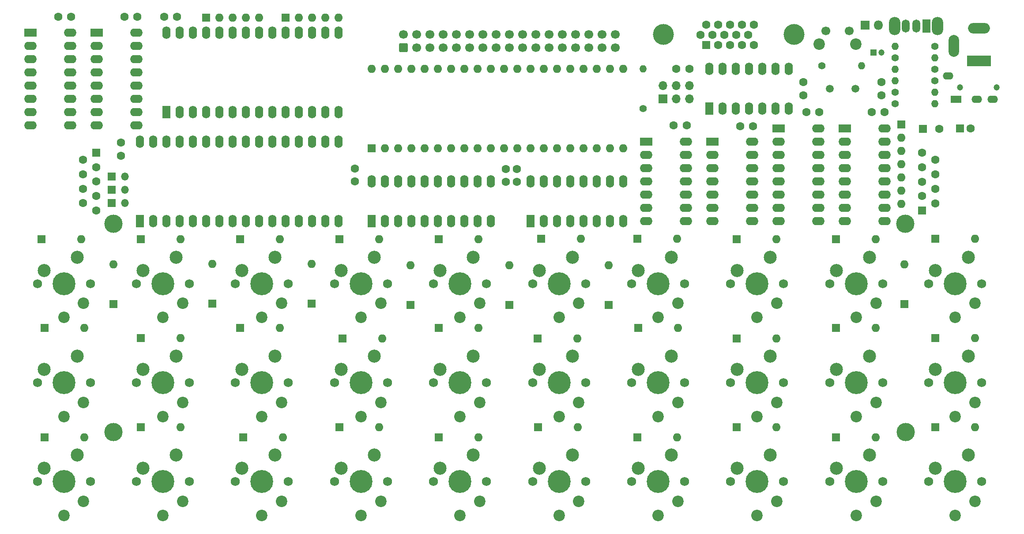
<source format=gbr>
%TF.GenerationSoftware,KiCad,Pcbnew,8.0.6*%
%TF.CreationDate,2025-01-18T12:54:08+00:00*%
%TF.ProjectId,a1,61312e6b-6963-4616-945f-706362585858,rev?*%
%TF.SameCoordinates,Original*%
%TF.FileFunction,Soldermask,Bot*%
%TF.FilePolarity,Negative*%
%FSLAX46Y46*%
G04 Gerber Fmt 4.6, Leading zero omitted, Abs format (unit mm)*
G04 Created by KiCad (PCBNEW 8.0.6) date 2025-01-18 12:54:08*
%MOMM*%
%LPD*%
G01*
G04 APERTURE LIST*
G04 Aperture macros list*
%AMRoundRect*
0 Rectangle with rounded corners*
0 $1 Rounding radius*
0 $2 $3 $4 $5 $6 $7 $8 $9 X,Y pos of 4 corners*
0 Add a 4 corners polygon primitive as box body*
4,1,4,$2,$3,$4,$5,$6,$7,$8,$9,$2,$3,0*
0 Add four circle primitives for the rounded corners*
1,1,$1+$1,$2,$3*
1,1,$1+$1,$4,$5*
1,1,$1+$1,$6,$7*
1,1,$1+$1,$8,$9*
0 Add four rect primitives between the rounded corners*
20,1,$1+$1,$2,$3,$4,$5,0*
20,1,$1+$1,$4,$5,$6,$7,0*
20,1,$1+$1,$6,$7,$8,$9,0*
20,1,$1+$1,$8,$9,$2,$3,0*%
G04 Aperture macros list end*
%ADD10C,1.750000*%
%ADD11C,4.400000*%
%ADD12C,2.500000*%
%ADD13C,2.200000*%
%ADD14C,1.600000*%
%ADD15R,2.400000X1.600000*%
%ADD16O,2.400000X1.600000*%
%ADD17R,1.600000X1.600000*%
%ADD18O,1.600000X1.600000*%
%ADD19R,1.700000X1.700000*%
%ADD20O,1.700000X1.700000*%
%ADD21R,1.600000X2.400000*%
%ADD22O,1.600000X2.400000*%
%ADD23C,3.500000*%
%ADD24R,4.600000X2.000000*%
%ADD25O,4.200000X2.000000*%
%ADD26O,2.000000X4.200000*%
%ADD27C,1.200000*%
%ADD28O,2.000000X1.400000*%
%ADD29R,2.000000X1.400000*%
%ADD30C,1.400000*%
%ADD31O,1.400000X1.400000*%
%ADD32C,1.700000*%
%ADD33C,4.000000*%
%ADD34RoundRect,0.250000X0.600000X-0.600000X0.600000X0.600000X-0.600000X0.600000X-0.600000X-0.600000X0*%
%ADD35C,1.500000*%
%ADD36R,1.200000X1.200000*%
%ADD37R,1.500000X1.500000*%
%ADD38O,1.500000X1.500000*%
%ADD39R,1.800000X1.800000*%
%ADD40O,1.800000X1.800000*%
%ADD41O,2.200000X3.500000*%
%ADD42R,1.500000X2.500000*%
%ADD43O,1.500000X2.500000*%
G04 APERTURE END LIST*
D10*
%TO.C,SW24*%
X116420000Y-130500000D03*
D11*
X121500000Y-130500000D03*
D10*
X126580000Y-130500000D03*
D12*
X124040000Y-125420000D03*
D13*
X125300000Y-134300000D03*
D12*
X117690000Y-127960000D03*
D13*
X121500000Y-137000000D03*
%TD*%
D10*
%TO.C,SW12*%
X78420000Y-111500000D03*
D11*
X83500000Y-111500000D03*
D10*
X88580000Y-111500000D03*
D12*
X86040000Y-106420000D03*
D13*
X87300000Y-115300000D03*
D12*
X79690000Y-108960000D03*
D13*
X83500000Y-118000000D03*
%TD*%
D14*
%TO.C,C7*%
X75445000Y-67965000D03*
X75445000Y-65465000D03*
%TD*%
D15*
%TO.C,U10*%
X188950000Y-65280000D03*
D16*
X188950000Y-67820000D03*
X188950000Y-70360000D03*
X188950000Y-72900000D03*
X188950000Y-75440000D03*
X188950000Y-77980000D03*
X188950000Y-80520000D03*
X196570000Y-80520000D03*
X196570000Y-77980000D03*
X196570000Y-75440000D03*
X196570000Y-72900000D03*
X196570000Y-70360000D03*
X196570000Y-67820000D03*
X196570000Y-65280000D03*
%TD*%
D10*
%TO.C,SW10*%
X230420000Y-92500000D03*
D11*
X235500000Y-92500000D03*
D10*
X240580000Y-92500000D03*
D12*
X238040000Y-87420000D03*
D13*
X239300000Y-96300000D03*
D12*
X231690000Y-89960000D03*
D13*
X235500000Y-99000000D03*
%TD*%
D14*
%TO.C,C2*%
X221335000Y-53870000D03*
X221335000Y-56370000D03*
%TD*%
D17*
%TO.C,D38*%
X112000000Y-96310000D03*
D18*
X112000000Y-88690000D03*
%TD*%
D10*
%TO.C,SW8*%
X192420000Y-92500000D03*
D11*
X197500000Y-92500000D03*
D10*
X202580000Y-92500000D03*
D12*
X200040000Y-87420000D03*
D13*
X201300000Y-96300000D03*
D12*
X193690000Y-89960000D03*
D13*
X197500000Y-99000000D03*
%TD*%
D15*
%TO.C,U12*%
X214350000Y-62740000D03*
D16*
X214350000Y-65280000D03*
X214350000Y-67820000D03*
X214350000Y-70360000D03*
X214350000Y-72900000D03*
X214350000Y-75440000D03*
X214350000Y-77980000D03*
X214350000Y-80520000D03*
X221970000Y-80520000D03*
X221970000Y-77980000D03*
X221970000Y-75440000D03*
X221970000Y-72900000D03*
X221970000Y-70360000D03*
X221970000Y-67820000D03*
X221970000Y-65280000D03*
X221970000Y-62740000D03*
%TD*%
D17*
%TO.C,D7*%
X60205000Y-84000000D03*
D18*
X67825000Y-84000000D03*
%TD*%
D10*
%TO.C,SW11*%
X59420000Y-111500000D03*
D11*
X64500000Y-111500000D03*
D10*
X69580000Y-111500000D03*
D12*
X67040000Y-106420000D03*
D13*
X68300000Y-115300000D03*
D12*
X60690000Y-108960000D03*
D13*
X64500000Y-118000000D03*
%TD*%
D17*
%TO.C,D12*%
X231655000Y-83860000D03*
D18*
X239275000Y-83860000D03*
%TD*%
D17*
%TO.C,J7*%
X70760000Y-67375000D03*
D14*
X70760000Y-70145000D03*
X70760000Y-72915000D03*
X70760000Y-75685000D03*
X70760000Y-78455000D03*
X68220000Y-68760000D03*
X68220000Y-71530000D03*
X68220000Y-74300000D03*
X68220000Y-77070000D03*
%TD*%
D19*
%TO.C,J1*%
X179425000Y-57025000D03*
D20*
X179425000Y-54485000D03*
X181965000Y-57025000D03*
X181965000Y-54485000D03*
X184505000Y-57025000D03*
X184505000Y-54485000D03*
%TD*%
D21*
%TO.C,U3*%
X84175000Y-59565000D03*
D22*
X86715000Y-59565000D03*
X89255000Y-59565000D03*
X91795000Y-59565000D03*
X94335000Y-59565000D03*
X96875000Y-59565000D03*
X99415000Y-59565000D03*
X101955000Y-59565000D03*
X104495000Y-59565000D03*
X107035000Y-59565000D03*
X109575000Y-59565000D03*
X112115000Y-59565000D03*
X114655000Y-59565000D03*
X117195000Y-59565000D03*
X117195000Y-44325000D03*
X114655000Y-44325000D03*
X112115000Y-44325000D03*
X109575000Y-44325000D03*
X107035000Y-44325000D03*
X104495000Y-44325000D03*
X101955000Y-44325000D03*
X99415000Y-44325000D03*
X96875000Y-44325000D03*
X94335000Y-44325000D03*
X91795000Y-44325000D03*
X89255000Y-44325000D03*
X86715000Y-44325000D03*
X84175000Y-44325000D03*
%TD*%
D21*
%TO.C,U8*%
X188315000Y-58930000D03*
D22*
X190855000Y-58930000D03*
X193395000Y-58930000D03*
X195935000Y-58930000D03*
X198475000Y-58930000D03*
X201015000Y-58930000D03*
X203555000Y-58930000D03*
X203555000Y-51310000D03*
X201015000Y-51310000D03*
X198475000Y-51310000D03*
X195935000Y-51310000D03*
X193395000Y-51310000D03*
X190855000Y-51310000D03*
X188315000Y-51310000D03*
%TD*%
D14*
%TO.C,C5*%
X76120000Y-41315000D03*
X78620000Y-41315000D03*
%TD*%
%TO.C,C11*%
X181985000Y-51310000D03*
X184485000Y-51310000D03*
%TD*%
D10*
%TO.C,SW14*%
X116420000Y-111500000D03*
D11*
X121500000Y-111500000D03*
D10*
X126580000Y-111500000D03*
D12*
X124040000Y-106420000D03*
D13*
X125300000Y-115300000D03*
D12*
X117690000Y-108960000D03*
D13*
X121500000Y-118000000D03*
%TD*%
D23*
%TO.C,H4*%
X226000000Y-121000000D03*
%TD*%
D17*
%TO.C,RN1*%
X225145000Y-62000000D03*
D18*
X225145000Y-64540000D03*
X225145000Y-67080000D03*
X225145000Y-69620000D03*
X225145000Y-72160000D03*
X225145000Y-74700000D03*
X225145000Y-77240000D03*
%TD*%
D10*
%TO.C,SW17*%
X173420000Y-111500000D03*
D11*
X178500000Y-111500000D03*
D10*
X183580000Y-111500000D03*
D12*
X181040000Y-106420000D03*
D13*
X182300000Y-115300000D03*
D12*
X174690000Y-108960000D03*
D13*
X178500000Y-118000000D03*
%TD*%
D14*
%TO.C,C15*%
X219450000Y-59565000D03*
X221950000Y-59565000D03*
%TD*%
D17*
%TO.C,D28*%
X98940000Y-121960000D03*
D18*
X106560000Y-121960000D03*
%TD*%
D10*
%TO.C,SW7*%
X173420000Y-92500000D03*
D11*
X178500000Y-92500000D03*
D10*
X183580000Y-92500000D03*
D12*
X181040000Y-87420000D03*
D13*
X182300000Y-96300000D03*
D12*
X174690000Y-89960000D03*
D13*
X178500000Y-99000000D03*
%TD*%
D10*
%TO.C,SW3*%
X97420000Y-92500000D03*
D11*
X102500000Y-92500000D03*
D10*
X107580000Y-92500000D03*
D12*
X105040000Y-87420000D03*
D13*
X106300000Y-96300000D03*
D12*
X98690000Y-89960000D03*
D13*
X102500000Y-99000000D03*
%TD*%
D24*
%TO.C,J6*%
X240019000Y-49786000D03*
D25*
X240019000Y-43486000D03*
D26*
X235219000Y-46886000D03*
%TD*%
D17*
%TO.C,U5*%
X123545000Y-66550000D03*
D18*
X126085000Y-66550000D03*
X128625000Y-66550000D03*
X131165000Y-66550000D03*
X133705000Y-66550000D03*
X136245000Y-66550000D03*
X138785000Y-66550000D03*
X141325000Y-66550000D03*
X143865000Y-66550000D03*
X146405000Y-66550000D03*
X148945000Y-66550000D03*
X151485000Y-66550000D03*
X154025000Y-66550000D03*
X156565000Y-66550000D03*
X159105000Y-66550000D03*
X161645000Y-66550000D03*
X164185000Y-66550000D03*
X166725000Y-66550000D03*
X169265000Y-66550000D03*
X171805000Y-66550000D03*
X171805000Y-51310000D03*
X169265000Y-51310000D03*
X166725000Y-51310000D03*
X164185000Y-51310000D03*
X161645000Y-51310000D03*
X159105000Y-51310000D03*
X156565000Y-51310000D03*
X154025000Y-51310000D03*
X151485000Y-51310000D03*
X148945000Y-51310000D03*
X146405000Y-51310000D03*
X143865000Y-51310000D03*
X141325000Y-51310000D03*
X138785000Y-51310000D03*
X136245000Y-51310000D03*
X133705000Y-51310000D03*
X131165000Y-51310000D03*
X128625000Y-51310000D03*
X126085000Y-51310000D03*
X123545000Y-51310000D03*
%TD*%
D17*
%TO.C,D8*%
X98305000Y-84000000D03*
D18*
X105925000Y-84000000D03*
%TD*%
D27*
%TO.C,J3*%
X243411000Y-54864000D03*
X236411000Y-54864000D03*
D28*
X239661000Y-57114000D03*
X242661000Y-57114000D03*
X234161000Y-52614000D03*
D29*
X235661000Y-57114000D03*
%TD*%
D17*
%TO.C,D10*%
X174505000Y-83860000D03*
D18*
X182125000Y-83860000D03*
%TD*%
D10*
%TO.C,SW4*%
X116420000Y-92500000D03*
D11*
X121500000Y-92500000D03*
D10*
X126580000Y-92500000D03*
D12*
X124040000Y-87420000D03*
D13*
X125300000Y-96300000D03*
D12*
X117690000Y-89960000D03*
D13*
X121500000Y-99000000D03*
%TD*%
D17*
%TO.C,D41*%
X169000000Y-96560000D03*
D18*
X169000000Y-88940000D03*
%TD*%
D30*
%TO.C,R8*%
X223990000Y-58000000D03*
D31*
X231610000Y-58000000D03*
%TD*%
D14*
%TO.C,C6*%
X86240000Y-41315000D03*
X83740000Y-41315000D03*
%TD*%
D17*
%TO.C,RN3*%
X91795000Y-41500000D03*
D18*
X94335000Y-41500000D03*
X96875000Y-41500000D03*
X99415000Y-41500000D03*
X101955000Y-41500000D03*
%TD*%
D30*
%TO.C,R5*%
X231610000Y-51400000D03*
D31*
X223990000Y-51400000D03*
%TD*%
D23*
%TO.C,H3*%
X74000000Y-121000000D03*
%TD*%
D21*
%TO.C,U6*%
X123545000Y-80520000D03*
D22*
X126085000Y-80520000D03*
X128625000Y-80520000D03*
X131165000Y-80520000D03*
X133705000Y-80520000D03*
X136245000Y-80520000D03*
X138785000Y-80520000D03*
X141325000Y-80520000D03*
X143865000Y-80520000D03*
X146405000Y-80520000D03*
X146405000Y-72900000D03*
X143865000Y-72900000D03*
X141325000Y-72900000D03*
X138785000Y-72900000D03*
X136245000Y-72900000D03*
X133705000Y-72900000D03*
X131165000Y-72900000D03*
X128625000Y-72900000D03*
X126085000Y-72900000D03*
X123545000Y-72900000D03*
%TD*%
D17*
%TO.C,D18*%
X98305000Y-101005000D03*
D18*
X105925000Y-101005000D03*
%TD*%
D13*
%TO.C,SW31*%
X209400000Y-46525000D03*
X216400000Y-46525000D03*
D32*
X210650000Y-44025000D03*
X215150000Y-44025000D03*
%TD*%
D10*
%TO.C,SW28*%
X192420000Y-130500000D03*
D11*
X197500000Y-130500000D03*
D10*
X202580000Y-130500000D03*
D12*
X200040000Y-125420000D03*
D13*
X201300000Y-134300000D03*
D12*
X193690000Y-127960000D03*
D13*
X197500000Y-137000000D03*
%TD*%
D17*
%TO.C,D26*%
X231655000Y-102910000D03*
D18*
X239275000Y-102910000D03*
%TD*%
D10*
%TO.C,SW13*%
X97420000Y-111500000D03*
D11*
X102500000Y-111500000D03*
D10*
X107580000Y-111500000D03*
D12*
X105040000Y-106420000D03*
D13*
X106300000Y-115300000D03*
D12*
X98690000Y-108960000D03*
D13*
X102500000Y-118000000D03*
%TD*%
D17*
%TO.C,D39*%
X131000000Y-96560000D03*
D18*
X131000000Y-88940000D03*
%TD*%
D33*
%TO.C,J2*%
X204552000Y-44706000D03*
X179552000Y-44706000D03*
D17*
X187737000Y-46756000D03*
D14*
X190027000Y-46756000D03*
X192317000Y-46756000D03*
X194607000Y-46756000D03*
X196897000Y-46756000D03*
X186592000Y-44776000D03*
X188882000Y-44776000D03*
X191172000Y-44776000D03*
X193462000Y-44776000D03*
X195752000Y-44776000D03*
X187737000Y-42796000D03*
X190027000Y-42796000D03*
X192317000Y-42796000D03*
X194607000Y-42796000D03*
X196897000Y-42796000D03*
%TD*%
D34*
%TO.C,J4*%
X129680000Y-47246000D03*
D32*
X129680000Y-44706000D03*
X132220000Y-47246000D03*
X132220000Y-44706000D03*
X134760000Y-47246000D03*
X134760000Y-44706000D03*
X137300000Y-47246000D03*
X137300000Y-44706000D03*
X139840000Y-47246000D03*
X139840000Y-44706000D03*
X142380000Y-47246000D03*
X142380000Y-44706000D03*
X144920000Y-47246000D03*
X144920000Y-44706000D03*
X147460000Y-47246000D03*
X147460000Y-44706000D03*
X150000000Y-47246000D03*
X150000000Y-44706000D03*
X152540000Y-47246000D03*
X152540000Y-44706000D03*
X155080000Y-47246000D03*
X155080000Y-44706000D03*
X157620000Y-47246000D03*
X157620000Y-44706000D03*
X160160000Y-47246000D03*
X160160000Y-44706000D03*
X162700000Y-47246000D03*
X162700000Y-44706000D03*
X165240000Y-47246000D03*
X165240000Y-44706000D03*
X167780000Y-47246000D03*
X167780000Y-44706000D03*
X170320000Y-47246000D03*
X170320000Y-44706000D03*
%TD*%
D23*
%TO.C,H1*%
X225940000Y-81000000D03*
%TD*%
D30*
%TO.C,R3*%
X231610000Y-53600000D03*
D31*
X223990000Y-53600000D03*
%TD*%
D15*
%TO.C,U11*%
X201650000Y-62740000D03*
D16*
X201650000Y-65280000D03*
X201650000Y-67820000D03*
X201650000Y-70360000D03*
X201650000Y-72900000D03*
X201650000Y-75440000D03*
X201650000Y-77980000D03*
X201650000Y-80520000D03*
X209270000Y-80520000D03*
X209270000Y-77980000D03*
X209270000Y-75440000D03*
X209270000Y-72900000D03*
X209270000Y-70360000D03*
X209270000Y-67820000D03*
X209270000Y-65280000D03*
X209270000Y-62740000D03*
%TD*%
D17*
%TO.C,D34*%
X155455000Y-120055000D03*
D18*
X163075000Y-120055000D03*
%TD*%
D35*
%TO.C,Y1*%
X211425000Y-55120000D03*
X216305000Y-55120000D03*
%TD*%
D17*
%TO.C,D22*%
X79255000Y-102910000D03*
D18*
X86875000Y-102910000D03*
%TD*%
D10*
%TO.C,SW2*%
X78420000Y-92500000D03*
D11*
X83500000Y-92500000D03*
D10*
X88580000Y-92500000D03*
D12*
X86040000Y-87420000D03*
D13*
X87300000Y-96300000D03*
D12*
X79690000Y-89960000D03*
D13*
X83500000Y-99000000D03*
%TD*%
D21*
%TO.C,U4*%
X79095000Y-80520000D03*
D22*
X81635000Y-80520000D03*
X84175000Y-80520000D03*
X86715000Y-80520000D03*
X89255000Y-80520000D03*
X91795000Y-80520000D03*
X94335000Y-80520000D03*
X96875000Y-80520000D03*
X99415000Y-80520000D03*
X101955000Y-80520000D03*
X104495000Y-80520000D03*
X107035000Y-80520000D03*
X109575000Y-80520000D03*
X112115000Y-80520000D03*
X114655000Y-80520000D03*
X117195000Y-80520000D03*
X117195000Y-65280000D03*
X114655000Y-65280000D03*
X112115000Y-65280000D03*
X109575000Y-65280000D03*
X107035000Y-65280000D03*
X104495000Y-65280000D03*
X101955000Y-65280000D03*
X99415000Y-65280000D03*
X96875000Y-65280000D03*
X94335000Y-65280000D03*
X91795000Y-65280000D03*
X89255000Y-65280000D03*
X86715000Y-65280000D03*
X84175000Y-65280000D03*
X81635000Y-65280000D03*
X79095000Y-65280000D03*
%TD*%
D17*
%TO.C,D13*%
X193555000Y-84000000D03*
D18*
X201175000Y-84000000D03*
%TD*%
D36*
%TO.C,C3*%
X219835000Y-48135000D03*
D27*
X221335000Y-48135000D03*
%TD*%
D37*
%TO.C,D3*%
X73660000Y-74540000D03*
D38*
X76200000Y-74540000D03*
%TD*%
D30*
%TO.C,R7*%
X175615000Y-58930000D03*
D31*
X175615000Y-51310000D03*
%TD*%
D17*
%TO.C,D31*%
X212605000Y-122000000D03*
D18*
X220225000Y-122000000D03*
%TD*%
D14*
%TO.C,C8*%
X120370000Y-70400000D03*
X120370000Y-72900000D03*
%TD*%
D10*
%TO.C,SW23*%
X97420000Y-130500000D03*
D11*
X102500000Y-130500000D03*
D10*
X107580000Y-130500000D03*
D12*
X105040000Y-125420000D03*
D13*
X106300000Y-134300000D03*
D12*
X98690000Y-127960000D03*
D13*
X102500000Y-137000000D03*
%TD*%
D14*
%TO.C,C10*%
X149271351Y-70502173D03*
X149271351Y-73002173D03*
%TD*%
D17*
%TO.C,D11*%
X212605000Y-84000000D03*
D18*
X220225000Y-84000000D03*
%TD*%
D10*
%TO.C,SW9*%
X211420000Y-92500000D03*
D11*
X216500000Y-92500000D03*
D10*
X221580000Y-92500000D03*
D12*
X219040000Y-87420000D03*
D13*
X220300000Y-96300000D03*
D12*
X212690000Y-89960000D03*
D13*
X216500000Y-99000000D03*
%TD*%
D10*
%TO.C,SW19*%
X211420000Y-111500000D03*
D11*
X216500000Y-111500000D03*
D10*
X221580000Y-111500000D03*
D12*
X219040000Y-106420000D03*
D13*
X220300000Y-115300000D03*
D12*
X212690000Y-108960000D03*
D13*
X216500000Y-118000000D03*
%TD*%
D17*
%TO.C,D24*%
X155410000Y-103000000D03*
D18*
X163030000Y-103000000D03*
%TD*%
D10*
%TO.C,SW1*%
X59420000Y-92500000D03*
D11*
X64500000Y-92500000D03*
D10*
X69580000Y-92500000D03*
D12*
X67040000Y-87420000D03*
D13*
X68300000Y-96300000D03*
D12*
X60690000Y-89960000D03*
D13*
X64500000Y-99000000D03*
%TD*%
D17*
%TO.C,D6*%
X74015000Y-96395000D03*
D18*
X74015000Y-88775000D03*
%TD*%
D17*
%TO.C,BZ1*%
X229260000Y-62800000D03*
D14*
X232460000Y-62800000D03*
%TD*%
D17*
%TO.C,RN2*%
X107035000Y-41500000D03*
D18*
X109575000Y-41500000D03*
X112115000Y-41500000D03*
X114655000Y-41500000D03*
X117195000Y-41500000D03*
%TD*%
D17*
%TO.C,D33*%
X117355000Y-120055000D03*
D18*
X124975000Y-120055000D03*
%TD*%
D17*
%TO.C,D36*%
X231655000Y-120055000D03*
D18*
X239275000Y-120055000D03*
%TD*%
D14*
%TO.C,C12*%
X181490000Y-62143000D03*
X183990000Y-62143000D03*
%TD*%
%TO.C,C14*%
X206930000Y-59565000D03*
X209430000Y-59565000D03*
%TD*%
D17*
%TO.C,D5*%
X225780000Y-96395000D03*
D18*
X225780000Y-88775000D03*
%TD*%
D37*
%TO.C,D2*%
X73660000Y-77080000D03*
D38*
X76200000Y-77080000D03*
%TD*%
D17*
%TO.C,D1*%
X93000000Y-96310000D03*
D18*
X93000000Y-88690000D03*
%TD*%
D17*
%TO.C,D17*%
X60840000Y-101005000D03*
D18*
X68460000Y-101005000D03*
%TD*%
D17*
%TO.C,D32*%
X79255000Y-120055000D03*
D18*
X86875000Y-120055000D03*
%TD*%
D17*
%TO.C,D23*%
X117990000Y-103000000D03*
D18*
X125610000Y-103000000D03*
%TD*%
D23*
%TO.C,H2*%
X74000000Y-81000000D03*
%TD*%
D10*
%TO.C,SW18*%
X192420000Y-111500000D03*
D11*
X197500000Y-111500000D03*
D10*
X202580000Y-111500000D03*
D12*
X200040000Y-106420000D03*
D13*
X201300000Y-115300000D03*
D12*
X193690000Y-108960000D03*
D13*
X197500000Y-118000000D03*
%TD*%
D10*
%TO.C,SW22*%
X78420000Y-130500000D03*
D11*
X83500000Y-130500000D03*
D10*
X88580000Y-130500000D03*
D12*
X86040000Y-125420000D03*
D13*
X87300000Y-134300000D03*
D12*
X79690000Y-127960000D03*
D13*
X83500000Y-137000000D03*
%TD*%
D10*
%TO.C,SW21*%
X59420000Y-130500000D03*
D11*
X64500000Y-130500000D03*
D10*
X69580000Y-130500000D03*
D12*
X67040000Y-125420000D03*
D13*
X68300000Y-134300000D03*
D12*
X60690000Y-127960000D03*
D13*
X64500000Y-137000000D03*
%TD*%
D39*
%TO.C,D37*%
X218230000Y-42960000D03*
D40*
X220770000Y-42960000D03*
%TD*%
D10*
%TO.C,SW16*%
X154420000Y-111500000D03*
D11*
X159500000Y-111500000D03*
D10*
X164580000Y-111500000D03*
D12*
X162040000Y-106420000D03*
D13*
X163300000Y-115300000D03*
D12*
X155690000Y-108960000D03*
D13*
X159500000Y-118000000D03*
%TD*%
D21*
%TO.C,U7*%
X154025000Y-80520000D03*
D22*
X156565000Y-80520000D03*
X159105000Y-80520000D03*
X161645000Y-80520000D03*
X164185000Y-80520000D03*
X166725000Y-80520000D03*
X169265000Y-80520000D03*
X171805000Y-80520000D03*
X171805000Y-72900000D03*
X169265000Y-72900000D03*
X166725000Y-72900000D03*
X164185000Y-72900000D03*
X161645000Y-72900000D03*
X159105000Y-72900000D03*
X156565000Y-72900000D03*
X154025000Y-72900000D03*
%TD*%
D14*
%TO.C,C1*%
X206345000Y-53850000D03*
X206345000Y-56350000D03*
%TD*%
D41*
%TO.C,SW32*%
X232101000Y-43053000D03*
X223901000Y-43053000D03*
D42*
X230001000Y-43053000D03*
D43*
X228001000Y-43053000D03*
X226001000Y-43053000D03*
%TD*%
D17*
%TO.C,D15*%
X117355000Y-84000000D03*
D18*
X124975000Y-84000000D03*
%TD*%
D17*
%TO.C,D29*%
X136405000Y-122000000D03*
D18*
X144025000Y-122000000D03*
%TD*%
D30*
%TO.C,R2*%
X209905000Y-50675000D03*
D31*
X217525000Y-50675000D03*
%TD*%
D10*
%TO.C,SW30*%
X230420000Y-130500000D03*
D11*
X235500000Y-130500000D03*
D10*
X240580000Y-130500000D03*
D12*
X238040000Y-125420000D03*
D13*
X239300000Y-134300000D03*
D12*
X231690000Y-127960000D03*
D13*
X235500000Y-137000000D03*
%TD*%
D17*
%TO.C,D30*%
X174505000Y-122000000D03*
D18*
X182125000Y-122000000D03*
%TD*%
D17*
%TO.C,D20*%
X174660000Y-101005000D03*
D18*
X182280000Y-101005000D03*
%TD*%
D10*
%TO.C,SW6*%
X154420000Y-92500000D03*
D11*
X159500000Y-92500000D03*
D10*
X164580000Y-92500000D03*
D12*
X162040000Y-87420000D03*
D13*
X163300000Y-96300000D03*
D12*
X155690000Y-89960000D03*
D13*
X159500000Y-99000000D03*
%TD*%
D17*
%TO.C,D27*%
X60840000Y-121960000D03*
D18*
X68460000Y-121960000D03*
%TD*%
D10*
%TO.C,SW26*%
X154420000Y-130500000D03*
D11*
X159500000Y-130500000D03*
D10*
X164580000Y-130500000D03*
D12*
X162040000Y-125420000D03*
D13*
X163300000Y-134300000D03*
D12*
X155690000Y-127960000D03*
D13*
X159500000Y-137000000D03*
%TD*%
D17*
%TO.C,D14*%
X156090000Y-83860000D03*
D18*
X163710000Y-83860000D03*
%TD*%
D17*
%TO.C,D16*%
X79255000Y-84000000D03*
D18*
X86875000Y-84000000D03*
%TD*%
D17*
%TO.C,C16*%
X236448000Y-62740000D03*
D14*
X238448000Y-62740000D03*
%TD*%
D30*
%TO.C,R1*%
X231610000Y-47000000D03*
D31*
X223990000Y-47000000D03*
%TD*%
D17*
%TO.C,D25*%
X193555000Y-103000000D03*
D18*
X201175000Y-103000000D03*
%TD*%
D15*
%TO.C,U2*%
X70840000Y-44325000D03*
D16*
X70840000Y-46865000D03*
X70840000Y-49405000D03*
X70840000Y-51945000D03*
X70840000Y-54485000D03*
X70840000Y-57025000D03*
X70840000Y-59565000D03*
X70840000Y-62105000D03*
X78460000Y-62105000D03*
X78460000Y-59565000D03*
X78460000Y-57025000D03*
X78460000Y-54485000D03*
X78460000Y-51945000D03*
X78460000Y-49405000D03*
X78460000Y-46865000D03*
X78460000Y-44325000D03*
%TD*%
D10*
%TO.C,SW25*%
X135420000Y-130500000D03*
D11*
X140500000Y-130500000D03*
D10*
X145580000Y-130500000D03*
D12*
X143040000Y-125420000D03*
D13*
X144300000Y-134300000D03*
D12*
X136690000Y-127960000D03*
D13*
X140500000Y-137000000D03*
%TD*%
D37*
%TO.C,D4*%
X73660000Y-72000000D03*
D38*
X76200000Y-72000000D03*
%TD*%
D10*
%TO.C,SW15*%
X135420000Y-111500000D03*
D11*
X140500000Y-111500000D03*
D10*
X145580000Y-111500000D03*
D12*
X143040000Y-106420000D03*
D13*
X144300000Y-115300000D03*
D12*
X136690000Y-108960000D03*
D13*
X140500000Y-118000000D03*
%TD*%
D17*
%TO.C,D35*%
X193555000Y-120055000D03*
D18*
X201175000Y-120055000D03*
%TD*%
D17*
%TO.C,D19*%
X136410000Y-101005000D03*
D18*
X144030000Y-101005000D03*
%TD*%
D17*
%TO.C,D9*%
X136405000Y-84000000D03*
D18*
X144025000Y-84000000D03*
%TD*%
D17*
%TO.C,D21*%
X212605000Y-101005000D03*
D18*
X220225000Y-101005000D03*
%TD*%
D17*
%TO.C,D40*%
X150000000Y-96560000D03*
D18*
X150000000Y-88940000D03*
%TD*%
D15*
%TO.C,U1*%
X58140000Y-44325000D03*
D16*
X58140000Y-46865000D03*
X58140000Y-49405000D03*
X58140000Y-51945000D03*
X58140000Y-54485000D03*
X58140000Y-57025000D03*
X58140000Y-59565000D03*
X58140000Y-62105000D03*
X65760000Y-62105000D03*
X65760000Y-59565000D03*
X65760000Y-57025000D03*
X65760000Y-54485000D03*
X65760000Y-51945000D03*
X65760000Y-49405000D03*
X65760000Y-46865000D03*
X65760000Y-44325000D03*
%TD*%
D14*
%TO.C,C9*%
X151380450Y-72989313D03*
X151380450Y-70489313D03*
%TD*%
D17*
%TO.C,J8*%
X229120000Y-78480000D03*
D14*
X229120000Y-75710000D03*
X229120000Y-72940000D03*
X229120000Y-70170000D03*
X229120000Y-67400000D03*
X231660000Y-77095000D03*
X231660000Y-74325000D03*
X231660000Y-71555000D03*
X231660000Y-68785000D03*
%TD*%
D15*
%TO.C,U9*%
X176250000Y-65280000D03*
D16*
X176250000Y-67820000D03*
X176250000Y-70360000D03*
X176250000Y-72900000D03*
X176250000Y-75440000D03*
X176250000Y-77980000D03*
X176250000Y-80520000D03*
X183870000Y-80520000D03*
X183870000Y-77980000D03*
X183870000Y-75440000D03*
X183870000Y-72900000D03*
X183870000Y-70360000D03*
X183870000Y-67820000D03*
X183870000Y-65280000D03*
%TD*%
D30*
%TO.C,R6*%
X223990000Y-55800000D03*
D31*
X231610000Y-55800000D03*
%TD*%
D10*
%TO.C,SW27*%
X173420000Y-130500000D03*
D11*
X178500000Y-130500000D03*
D10*
X183580000Y-130500000D03*
D12*
X181040000Y-125420000D03*
D13*
X182300000Y-134300000D03*
D12*
X174690000Y-127960000D03*
D13*
X178500000Y-137000000D03*
%TD*%
D14*
%TO.C,C13*%
X194230000Y-62270000D03*
X196730000Y-62270000D03*
%TD*%
D10*
%TO.C,SW29*%
X211420000Y-130500000D03*
D11*
X216500000Y-130500000D03*
D10*
X221580000Y-130500000D03*
D12*
X219040000Y-125420000D03*
D13*
X220300000Y-134300000D03*
D12*
X212690000Y-127960000D03*
D13*
X216500000Y-137000000D03*
%TD*%
D10*
%TO.C,SW5*%
X135420000Y-92500000D03*
D11*
X140500000Y-92500000D03*
D10*
X145580000Y-92500000D03*
D12*
X143040000Y-87420000D03*
D13*
X144300000Y-96300000D03*
D12*
X136690000Y-89960000D03*
D13*
X140500000Y-99000000D03*
%TD*%
D14*
%TO.C,C4*%
X63420000Y-41315000D03*
X65920000Y-41315000D03*
%TD*%
D10*
%TO.C,SW20*%
X230420000Y-111500000D03*
D11*
X235500000Y-111500000D03*
D10*
X240580000Y-111500000D03*
D12*
X238040000Y-106420000D03*
D13*
X239300000Y-115300000D03*
D12*
X231690000Y-108960000D03*
D13*
X235500000Y-118000000D03*
%TD*%
D30*
%TO.C,R4*%
X223990000Y-49200000D03*
D31*
X231610000Y-49200000D03*
%TD*%
M02*

</source>
